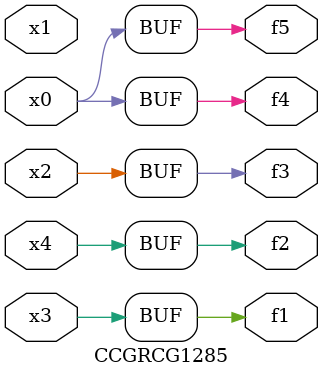
<source format=v>
module CCGRCG1285(
	input x0, x1, x2, x3, x4,
	output f1, f2, f3, f4, f5
);
	assign f1 = x3;
	assign f2 = x4;
	assign f3 = x2;
	assign f4 = x0;
	assign f5 = x0;
endmodule

</source>
